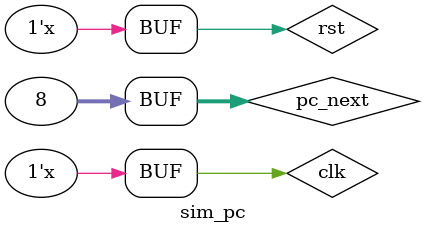
<source format=v>
`timescale 1ns / 1ps


module sim_pc();
    reg clk;
    reg rst;
    reg [31:0] pc_next;
    wire [31:0] pc;
    pc uut(.clk(clk),.rst(rst),.pc_next(pc_next),.pc(pc));
    initial begin
         clk=0;
         rst=0;
         pc_next=32'h8;
         #100;
    end
    always #20 clk=~clk;
    always #20 rst=~rst;
endmodule

</source>
